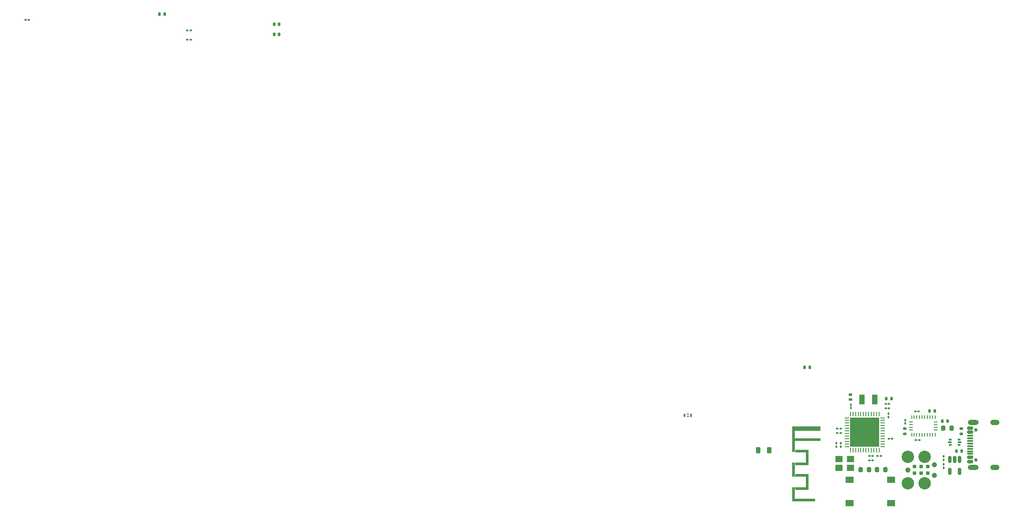
<source format=gbr>
%TF.GenerationSoftware,KiCad,Pcbnew,7.0.8*%
%TF.CreationDate,2024-02-19T13:09:21+00:00*%
%TF.ProjectId,HW_MoveCritic_KiCad_Project,48575f4d-6f76-4654-9372-697469635f4b,rev?*%
%TF.SameCoordinates,Original*%
%TF.FileFunction,Soldermask,Top*%
%TF.FilePolarity,Negative*%
%FSLAX46Y46*%
G04 Gerber Fmt 4.6, Leading zero omitted, Abs format (unit mm)*
G04 Created by KiCad (PCBNEW 7.0.8) date 2024-02-19 13:09:21*
%MOMM*%
%LPD*%
G01*
G04 APERTURE LIST*
G04 Aperture macros list*
%AMRoundRect*
0 Rectangle with rounded corners*
0 $1 Rounding radius*
0 $2 $3 $4 $5 $6 $7 $8 $9 X,Y pos of 4 corners*
0 Add a 4 corners polygon primitive as box body*
4,1,4,$2,$3,$4,$5,$6,$7,$8,$9,$2,$3,0*
0 Add four circle primitives for the rounded corners*
1,1,$1+$1,$2,$3*
1,1,$1+$1,$4,$5*
1,1,$1+$1,$6,$7*
1,1,$1+$1,$8,$9*
0 Add four rect primitives between the rounded corners*
20,1,$1+$1,$2,$3,$4,$5,0*
20,1,$1+$1,$4,$5,$6,$7,0*
20,1,$1+$1,$6,$7,$8,$9,0*
20,1,$1+$1,$8,$9,$2,$3,0*%
G04 Aperture macros list end*
%ADD10RoundRect,0.100000X-0.130000X-0.100000X0.130000X-0.100000X0.130000X0.100000X-0.130000X0.100000X0*%
%ADD11RoundRect,0.135000X0.185000X-0.135000X0.185000X0.135000X-0.185000X0.135000X-0.185000X-0.135000X0*%
%ADD12R,0.500000X0.375000*%
%ADD13R,0.650000X0.300000*%
%ADD14RoundRect,0.218750X-0.218750X-0.381250X0.218750X-0.381250X0.218750X0.381250X-0.218750X0.381250X0*%
%ADD15RoundRect,0.100000X0.130000X0.100000X-0.130000X0.100000X-0.130000X-0.100000X0.130000X-0.100000X0*%
%ADD16RoundRect,0.147500X-0.147500X-0.172500X0.147500X-0.172500X0.147500X0.172500X-0.147500X0.172500X0*%
%ADD17R,1.100000X1.900000*%
%ADD18RoundRect,0.135000X0.135000X0.185000X-0.135000X0.185000X-0.135000X-0.185000X0.135000X-0.185000X0*%
%ADD19RoundRect,0.140000X-0.140000X-0.170000X0.140000X-0.170000X0.140000X0.170000X-0.140000X0.170000X0*%
%ADD20C,0.650000*%
%ADD21RoundRect,0.150000X0.425000X-0.150000X0.425000X0.150000X-0.425000X0.150000X-0.425000X-0.150000X0*%
%ADD22RoundRect,0.075000X0.500000X-0.075000X0.500000X0.075000X-0.500000X0.075000X-0.500000X-0.075000X0*%
%ADD23O,2.100000X1.000000*%
%ADD24O,1.800000X1.000000*%
%ADD25RoundRect,0.135000X-0.135000X-0.185000X0.135000X-0.185000X0.135000X0.185000X-0.135000X0.185000X0*%
%ADD26RoundRect,0.200000X0.200000X0.275000X-0.200000X0.275000X-0.200000X-0.275000X0.200000X-0.275000X0*%
%ADD27RoundRect,0.100000X0.100000X-0.130000X0.100000X0.130000X-0.100000X0.130000X-0.100000X-0.130000X0*%
%ADD28C,2.374900*%
%ADD29C,0.990600*%
%ADD30C,0.787400*%
%ADD31R,0.500000X5.000000*%
%ADD32R,4.900000X0.500000*%
%ADD33R,2.640000X0.500000*%
%ADD34R,0.500000X2.000000*%
%ADD35R,0.500000X2.700000*%
%ADD36R,3.900000X0.500000*%
%ADD37R,4.900000X0.900000*%
%ADD38R,1.550000X1.300000*%
%ADD39RoundRect,0.100000X-0.100000X0.130000X-0.100000X-0.130000X0.100000X-0.130000X0.100000X0.130000X0*%
%ADD40RoundRect,0.062500X-0.062500X0.375000X-0.062500X-0.375000X0.062500X-0.375000X0.062500X0.375000X0*%
%ADD41RoundRect,0.062500X-0.375000X0.062500X-0.375000X-0.062500X0.375000X-0.062500X0.375000X0.062500X0*%
%ADD42R,5.600000X5.600000*%
%ADD43RoundRect,0.200000X-0.200000X-0.275000X0.200000X-0.275000X0.200000X0.275000X-0.200000X0.275000X0*%
%ADD44RoundRect,0.140000X-0.170000X0.140000X-0.170000X-0.140000X0.170000X-0.140000X0.170000X0.140000X0*%
%ADD45RoundRect,0.068750X-0.068750X-0.281250X0.068750X-0.281250X0.068750X0.281250X-0.068750X0.281250X0*%
%ADD46RoundRect,0.061250X-0.163750X-0.061250X0.163750X-0.061250X0.163750X0.061250X-0.163750X0.061250X0*%
%ADD47R,0.254000X0.675000*%
%ADD48R,0.675000X0.254000*%
%ADD49R,1.400000X1.200000*%
%ADD50RoundRect,0.150000X-0.150000X0.512500X-0.150000X-0.512500X0.150000X-0.512500X0.150000X0.512500X0*%
G04 APERTURE END LIST*
D10*
%TO.C,C4*%
X152530000Y-102850000D03*
X153170000Y-102850000D03*
%TD*%
D11*
%TO.C,R10*%
X157800000Y-98560000D03*
X157800000Y-97540000D03*
%TD*%
D12*
%TO.C,U2*%
X168225000Y-100737500D03*
D13*
X168300000Y-100200000D03*
D12*
X168225000Y-99662500D03*
X166525000Y-99662500D03*
D13*
X166450000Y-100200000D03*
D12*
X166525000Y-100737500D03*
%TD*%
D14*
%TO.C,L2*%
X129662500Y-101700000D03*
X131787500Y-101700000D03*
%TD*%
D10*
%TO.C,C6*%
X154130000Y-93650000D03*
X154770000Y-93650000D03*
%TD*%
D15*
%TO.C,C1*%
X145470000Y-98450000D03*
X144830000Y-98450000D03*
%TD*%
D16*
%TO.C,L3*%
X14905000Y-17972500D03*
X15875000Y-17972500D03*
%TD*%
D17*
%TO.C,X1*%
X149550000Y-92000000D03*
X152050000Y-92000000D03*
%TD*%
D18*
%TO.C,R4*%
X168710000Y-101900000D03*
X167690000Y-101900000D03*
%TD*%
D10*
%TO.C,C20*%
X159780000Y-94300000D03*
X160420000Y-94300000D03*
%TD*%
D19*
%TO.C,C15*%
X36840000Y-21882500D03*
X37800000Y-21882500D03*
%TD*%
D11*
%TO.C,R3*%
X168650000Y-98560000D03*
X168650000Y-97540000D03*
%TD*%
D10*
%TO.C,C16*%
X20200000Y-22862500D03*
X20840000Y-22862500D03*
%TD*%
%TO.C,C11*%
X20200000Y-21112500D03*
X20840000Y-21112500D03*
%TD*%
D19*
%TO.C,C13*%
X154240000Y-91800000D03*
X155200000Y-91800000D03*
%TD*%
D20*
%TO.C,J3*%
X171395000Y-103570000D03*
X171395000Y-97790000D03*
D21*
X170320000Y-103880000D03*
X170320000Y-103080000D03*
D22*
X170320000Y-101930000D03*
X170320000Y-100930000D03*
X170320000Y-100430000D03*
X170320000Y-99430000D03*
D21*
X170320000Y-98280000D03*
X170320000Y-97480000D03*
X170320000Y-97480000D03*
X170320000Y-98280000D03*
D22*
X170320000Y-98930000D03*
X170320000Y-99930000D03*
X170320000Y-101430000D03*
X170320000Y-102430000D03*
D21*
X170320000Y-103080000D03*
X170320000Y-103880000D03*
D23*
X170895000Y-105000000D03*
D24*
X175075000Y-105000000D03*
D23*
X170895000Y-96360000D03*
D24*
X175075000Y-96360000D03*
%TD*%
D25*
%TO.C,R8*%
X162540000Y-94200000D03*
X163560000Y-94200000D03*
%TD*%
D26*
%TO.C,R2*%
X154075000Y-105450000D03*
X152425000Y-105450000D03*
%TD*%
D10*
%TO.C,C16*%
X-10795000Y-19070000D03*
X-10155000Y-19070000D03*
%TD*%
D27*
%TO.C,C2*%
X147450000Y-93600000D03*
X147450000Y-92960000D03*
%TD*%
D28*
%TO.C,J2*%
X158375000Y-102950000D03*
D29*
X158375000Y-105490000D03*
D28*
X158375000Y-108030000D03*
X161550000Y-102950000D03*
X161550000Y-108030000D03*
D29*
X163455000Y-104474000D03*
X163455000Y-106506000D03*
D30*
X159645000Y-106125000D03*
X159645000Y-104855000D03*
X160915000Y-106125000D03*
X160915000Y-104855000D03*
X162185000Y-106125000D03*
X162185000Y-104855000D03*
%TD*%
D31*
%TO.C,AE1*%
X136450000Y-99625000D03*
D32*
X139150000Y-99675000D03*
D33*
X138020000Y-101875000D03*
D34*
X139090000Y-103125000D03*
D33*
X138020000Y-104375000D03*
D35*
X136450000Y-105475000D03*
D33*
X138020000Y-106575000D03*
D34*
X139090000Y-107825000D03*
D33*
X138020000Y-109075000D03*
D35*
X136450000Y-110175000D03*
D36*
X138650000Y-111275000D03*
D37*
X139150000Y-97575000D03*
%TD*%
D38*
%TO.C,SW1*%
X147175000Y-107400000D03*
X155125000Y-107400000D03*
X147175000Y-111900000D03*
X155125000Y-111900000D03*
%TD*%
D39*
%TO.C,C18*%
X165200000Y-102912500D03*
X165200000Y-103552500D03*
%TD*%
D27*
%TO.C,C21*%
X157900000Y-96570000D03*
X157900000Y-95930000D03*
%TD*%
%TO.C,C10*%
X144650000Y-101020000D03*
X144650000Y-100380000D03*
%TD*%
%TO.C,C19*%
X165200000Y-105082500D03*
X165200000Y-104442500D03*
%TD*%
D15*
%TO.C,C8*%
X151620000Y-102850000D03*
X150980000Y-102850000D03*
%TD*%
%TO.C,C17*%
X145470000Y-97600000D03*
X144830000Y-97600000D03*
%TD*%
D40*
%TO.C,U1*%
X152850000Y-94812500D03*
X152350000Y-94812500D03*
X151850000Y-94812500D03*
X151350000Y-94812500D03*
X150850000Y-94812500D03*
X150350000Y-94812500D03*
X149850000Y-94812500D03*
X149350000Y-94812500D03*
X148850000Y-94812500D03*
X148350000Y-94812500D03*
X147850000Y-94812500D03*
X147350000Y-94812500D03*
D41*
X146662500Y-95500000D03*
X146662500Y-96000000D03*
X146662500Y-96500000D03*
X146662500Y-97000000D03*
X146662500Y-97500000D03*
X146662500Y-98000000D03*
X146662500Y-98500000D03*
X146662500Y-99000000D03*
X146662500Y-99500000D03*
X146662500Y-100000000D03*
X146662500Y-100500000D03*
X146662500Y-101000000D03*
D40*
X147350000Y-101687500D03*
X147850000Y-101687500D03*
X148350000Y-101687500D03*
X148850000Y-101687500D03*
X149350000Y-101687500D03*
X149850000Y-101687500D03*
X150350000Y-101687500D03*
X150850000Y-101687500D03*
X151350000Y-101687500D03*
X151850000Y-101687500D03*
X152350000Y-101687500D03*
X152850000Y-101687500D03*
D41*
X153537500Y-101000000D03*
X153537500Y-100500000D03*
X153537500Y-100000000D03*
X153537500Y-99500000D03*
X153537500Y-99000000D03*
X153537500Y-98500000D03*
X153537500Y-98000000D03*
X153537500Y-97500000D03*
X153537500Y-97000000D03*
X153537500Y-96500000D03*
X153537500Y-96000000D03*
X153537500Y-95500000D03*
D42*
X150100000Y-98250000D03*
%TD*%
D16*
%TO.C,L1*%
X138575000Y-85770000D03*
X139545000Y-85770000D03*
%TD*%
D26*
%TO.C,R6*%
X166775000Y-97500000D03*
X165125000Y-97500000D03*
%TD*%
D15*
%TO.C,C22*%
X160570000Y-99800000D03*
X159930000Y-99800000D03*
%TD*%
D43*
%TO.C,R1*%
X149275000Y-105450000D03*
X150925000Y-105450000D03*
%TD*%
D15*
%TO.C,C9*%
X151615000Y-103700000D03*
X150975000Y-103700000D03*
%TD*%
D19*
%TO.C,C14*%
X36840000Y-19912500D03*
X37800000Y-19912500D03*
%TD*%
D10*
%TO.C,C3*%
X154700000Y-99500000D03*
X155340000Y-99500000D03*
%TD*%
D27*
%TO.C,C23*%
X145500000Y-101020000D03*
X145500000Y-100380000D03*
%TD*%
D18*
%TO.C,R7*%
X165960000Y-96150000D03*
X164940000Y-96150000D03*
%TD*%
D10*
%TO.C,C7*%
X154115000Y-92800000D03*
X154755000Y-92800000D03*
%TD*%
D44*
%TO.C,C12*%
X147400000Y-91050000D03*
X147400000Y-92010000D03*
%TD*%
D45*
%TO.C,FLT1*%
X115562500Y-95000000D03*
D46*
X116175000Y-94772500D03*
X116175000Y-95227500D03*
D45*
X116787500Y-95000000D03*
%TD*%
D47*
%TO.C,U5*%
X159100000Y-95387500D03*
D48*
X158962500Y-96300000D03*
X158962500Y-96800000D03*
X158962500Y-97300000D03*
X158962500Y-97800000D03*
D47*
X159100000Y-98712500D03*
X159600000Y-98712500D03*
X160100000Y-98712500D03*
X160600000Y-98712500D03*
X161100000Y-98712500D03*
X161600000Y-98712500D03*
X162100000Y-98712500D03*
X162600000Y-98712500D03*
X163100000Y-98712500D03*
X163600000Y-98712500D03*
D48*
X163737500Y-97800000D03*
X163737500Y-97300000D03*
X163737500Y-96800000D03*
X163737500Y-96300000D03*
D47*
X163600000Y-95387500D03*
X163100000Y-95387500D03*
X162600000Y-95387500D03*
X162100000Y-95387500D03*
X161600000Y-95387500D03*
X161100000Y-95387500D03*
X160600000Y-95387500D03*
X160100000Y-95387500D03*
X159600000Y-95387500D03*
%TD*%
D27*
%TO.C,C5*%
X154650000Y-95370000D03*
X154650000Y-94730000D03*
%TD*%
D49*
%TO.C,X2*%
X145150000Y-105100000D03*
X147350000Y-105100000D03*
X147350000Y-103400000D03*
X145150000Y-103400000D03*
%TD*%
D50*
%TO.C,U3*%
X168300000Y-103462500D03*
X167350000Y-103462500D03*
X166400000Y-103462500D03*
X166400000Y-105737500D03*
X168300000Y-105737500D03*
%TD*%
M02*

</source>
